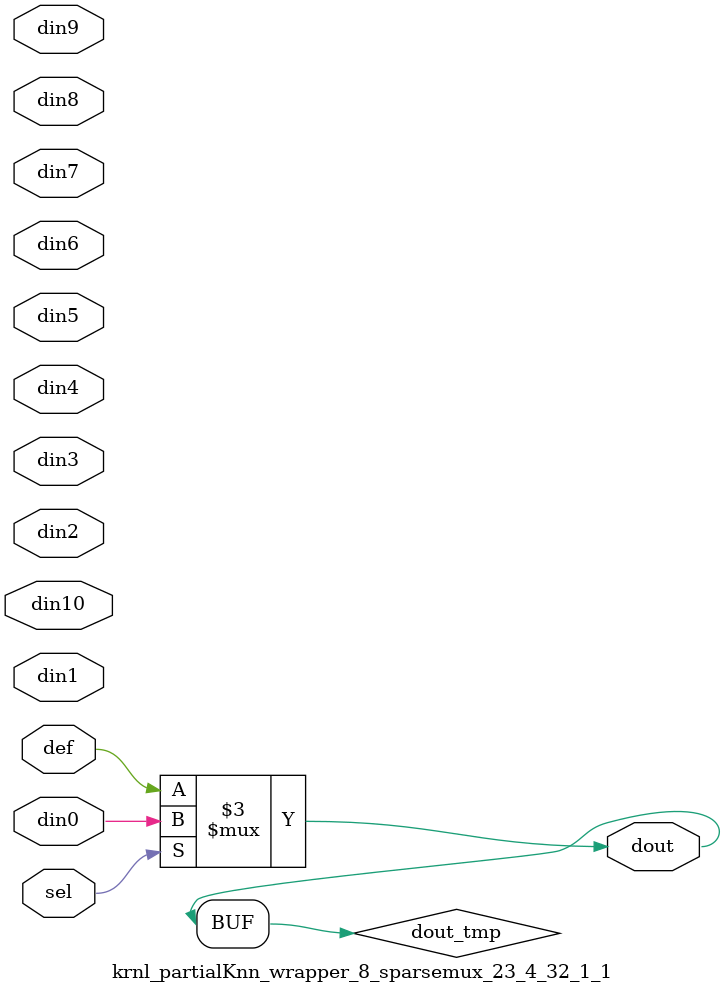
<source format=v>
`timescale 1 ns / 1 ps
module krnl_partialKnn_wrapper_8_sparsemux_23_4_32_1_1 (din0,din1,din2,din3,din4,din5,din6,din7,din8,din9,din10,def,sel,dout);
parameter din0_WIDTH = 1;
parameter din1_WIDTH = 1;
parameter din2_WIDTH = 1;
parameter din3_WIDTH = 1;
parameter din4_WIDTH = 1;
parameter din5_WIDTH = 1;
parameter din6_WIDTH = 1;
parameter din7_WIDTH = 1;
parameter din8_WIDTH = 1;
parameter din9_WIDTH = 1;
parameter din10_WIDTH = 1;
parameter def_WIDTH = 1;
parameter sel_WIDTH = 1;
parameter dout_WIDTH = 1;
parameter [sel_WIDTH-1:0] CASE0 = 1;
parameter [sel_WIDTH-1:0] CASE1 = 1;
parameter [sel_WIDTH-1:0] CASE2 = 1;
parameter [sel_WIDTH-1:0] CASE3 = 1;
parameter [sel_WIDTH-1:0] CASE4 = 1;
parameter [sel_WIDTH-1:0] CASE5 = 1;
parameter [sel_WIDTH-1:0] CASE6 = 1;
parameter [sel_WIDTH-1:0] CASE7 = 1;
parameter [sel_WIDTH-1:0] CASE8 = 1;
parameter [sel_WIDTH-1:0] CASE9 = 1;
parameter [sel_WIDTH-1:0] CASE10 = 1;
parameter ID = 1;
parameter NUM_STAGE = 1;
input [din0_WIDTH-1:0] din0;
input [din1_WIDTH-1:0] din1;
input [din2_WIDTH-1:0] din2;
input [din3_WIDTH-1:0] din3;
input [din4_WIDTH-1:0] din4;
input [din5_WIDTH-1:0] din5;
input [din6_WIDTH-1:0] din6;
input [din7_WIDTH-1:0] din7;
input [din8_WIDTH-1:0] din8;
input [din9_WIDTH-1:0] din9;
input [din10_WIDTH-1:0] din10;
input [def_WIDTH-1:0] def;
input [sel_WIDTH-1:0] sel;
output [dout_WIDTH-1:0] dout;
reg [dout_WIDTH-1:0] dout_tmp;
always @ (*) begin
case (sel)
    
    CASE0 : dout_tmp = din0;
    
    CASE1 : dout_tmp = din1;
    
    CASE2 : dout_tmp = din2;
    
    CASE3 : dout_tmp = din3;
    
    CASE4 : dout_tmp = din4;
    
    CASE5 : dout_tmp = din5;
    
    CASE6 : dout_tmp = din6;
    
    CASE7 : dout_tmp = din7;
    
    CASE8 : dout_tmp = din8;
    
    CASE9 : dout_tmp = din9;
    
    CASE10 : dout_tmp = din10;
    
    default : dout_tmp = def;
endcase
end
assign dout = dout_tmp;
endmodule
</source>
